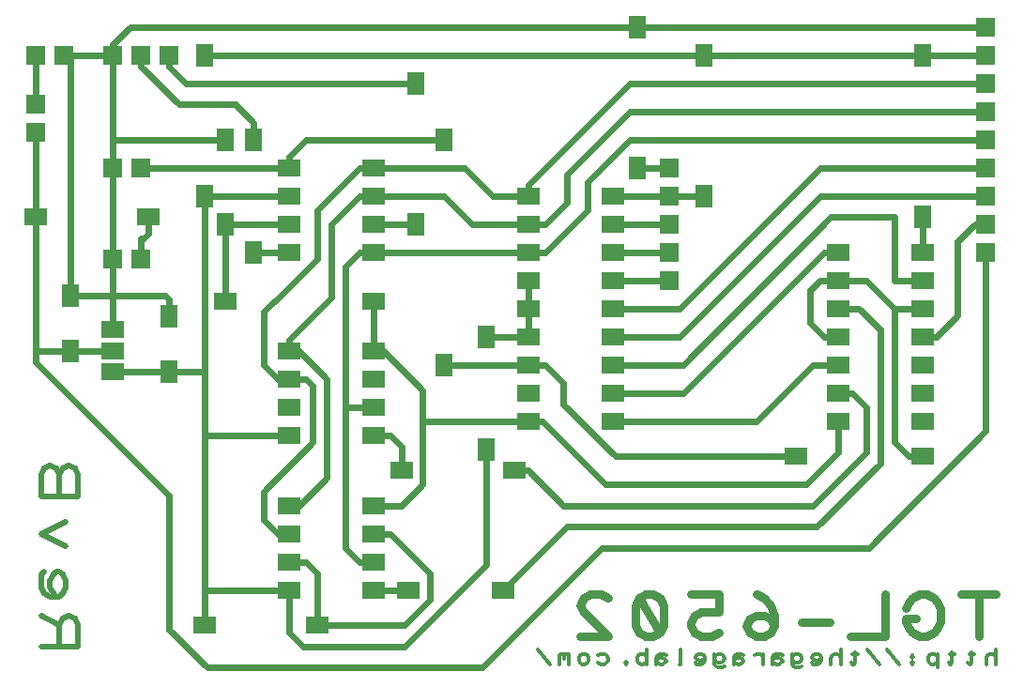
<source format=gbl>
%FSLAX23Y23*%
%MOIN*%
G04 EasyPC Gerber Version 18.0.1 Build 3581 *
%ADD10R,0.05906X0.07874*%
%ADD13R,0.06890X0.06890*%
%ADD11C,0.01181*%
%ADD18R,0.07874X0.05906*%
%ADD12R,0.06890X0.06890*%
%ADD29C,0.01969*%
%ADD14C,0.02244*%
%ADD28C,0.02953*%
X0Y0D02*
D02*
D10*
X217Y1178D03*
Y1374D03*
X567Y1103D03*
Y1299D03*
X692Y1728D03*
Y2228D03*
X767Y1628D03*
Y1928D03*
X867Y1528D03*
Y1928D03*
X1442Y1628D03*
Y2128D03*
X1542Y1127D03*
Y1928D03*
X1692Y828D03*
Y1228D03*
X2228Y1828D03*
Y2328D03*
X2467Y1728D03*
Y2228D03*
X3242Y1653D03*
Y2228D03*
D02*
D11*
X3503Y65D02*
Y117D01*
Y87D02*
X3498Y96D01*
X3490Y100*
X3481*
X3472Y96*
X3468Y87*
Y65*
X3425Y100D02*
X3408D01*
X3416Y108D02*
Y70D01*
X3412Y65*
X3408*
X3403Y70*
X3356Y100D02*
X3339D01*
X3347Y108D02*
Y70D01*
X3343Y65*
X3339*
X3335Y70*
X3296Y100D02*
Y53D01*
Y78D02*
X3292Y70D01*
X3283Y65*
X3274*
X3266Y70*
X3261Y78*
Y87*
X3266Y96*
X3274Y100*
X3283*
X3292Y96*
X3296Y87*
Y78*
X3205Y65D02*
X3201Y70D01*
X3205Y74*
X3210Y70*
X3205Y65*
Y87D02*
X3201Y91D01*
X3205Y96*
X3210Y91*
X3205Y87*
X3158Y65D02*
X3115Y117D01*
X3089Y65D02*
X3046Y117D01*
X3012Y100D02*
X2994D01*
X3003Y108D02*
Y70D01*
X2999Y65*
X2994*
X2990Y70*
X2951Y65D02*
Y117D01*
Y87D02*
X2947Y96D01*
X2938Y100*
X2930*
X2921Y96*
X2917Y87*
Y65*
X2848Y70D02*
X2852Y65D01*
X2861*
X2870*
X2878Y70*
X2882Y78*
Y91*
X2878Y96*
X2870Y100*
X2861*
X2852Y96*
X2848Y91*
Y87*
X2852Y83*
X2861Y78*
X2870*
X2878Y83*
X2882Y87*
X2779D02*
X2783Y96D01*
X2792Y100*
X2801*
X2809Y96*
X2814Y87*
Y83*
X2809Y74*
X2801Y70*
X2792*
X2783Y74*
X2779Y83*
Y100D02*
Y65D01*
X2783Y57*
X2792Y53*
X2805*
X2814Y57*
X2745Y96D02*
X2736Y100D01*
X2723*
X2714Y96*
X2710Y87*
Y74*
X2714Y70*
X2723Y65*
X2732*
X2740Y70*
X2745Y74*
Y78*
X2740Y83*
X2732Y87*
X2723*
X2714Y83*
X2710Y78*
Y74D02*
Y65D01*
X2676D02*
Y100D01*
Y87D02*
X2671Y96D01*
X2663Y100*
X2654*
X2646Y96*
X2607D02*
X2598Y100D01*
X2585*
X2577Y96*
X2572Y87*
Y74*
X2577Y70*
X2585Y65*
X2594*
X2603Y70*
X2607Y74*
Y78*
X2603Y83*
X2594Y87*
X2585*
X2577Y83*
X2572Y78*
Y74D02*
Y65D01*
X2503Y87D02*
X2508Y96D01*
X2516Y100*
X2525*
X2534Y96*
X2538Y87*
Y83*
X2534Y74*
X2525Y70*
X2516*
X2508Y74*
X2503Y83*
Y100D02*
Y65D01*
X2508Y57*
X2516Y53*
X2529*
X2538Y57*
X2435Y70D02*
X2439Y65D01*
X2448*
X2456*
X2465Y70*
X2469Y78*
Y91*
X2465Y96*
X2456Y100*
X2448*
X2439Y96*
X2435Y91*
Y87*
X2439Y83*
X2448Y78*
X2456*
X2465Y83*
X2469Y87*
X2379Y65D02*
X2383D01*
Y117*
X2331Y96D02*
X2323Y100D01*
X2310*
X2301Y96*
X2297Y87*
Y74*
X2301Y70*
X2310Y65*
X2318*
X2327Y70*
X2331Y74*
Y78*
X2327Y83*
X2318Y87*
X2310*
X2301Y83*
X2297Y78*
Y74D02*
Y65D01*
X2262Y78D02*
X2258Y70D01*
X2249Y65*
X2241*
X2232Y70*
X2228Y78*
Y87*
X2232Y96*
X2241Y100*
X2249*
X2258Y96*
X2262Y87*
Y65D02*
Y117D01*
X2189Y65D02*
X2185Y70D01*
X2189Y74*
X2193Y70*
X2189Y65*
X2090Y96D02*
X2099Y100D01*
X2112*
X2120Y96*
X2125Y87*
Y78*
X2120Y70*
X2112Y65*
X2099*
X2090Y70*
X2056Y78D02*
X2051Y70D01*
X2043Y65*
X2034*
X2026Y70*
X2021Y78*
Y87*
X2026Y96*
X2034Y100*
X2043*
X2051Y96*
X2056Y87*
Y78*
X1987Y65D02*
Y100D01*
Y96D02*
X1982Y100D01*
X1974*
X1970Y96*
Y83*
Y96D02*
X1965Y100D01*
X1957*
X1952Y96*
Y65*
X1918D02*
X1875Y117D01*
D02*
D12*
X92Y1953D03*
Y2053D03*
X2342Y1428D03*
Y1528D03*
Y1628D03*
Y1728D03*
Y1828D03*
X3467Y1528D03*
Y1628D03*
Y1728D03*
Y1828D03*
Y1928D03*
Y2028D03*
Y2128D03*
Y2228D03*
Y2328D03*
D02*
D13*
X92Y2228D03*
X192D03*
X367Y1503D03*
Y1828D03*
Y2228D03*
X467Y1503D03*
Y1828D03*
Y2228D03*
X567D03*
D02*
D14*
X92Y1178D02*
X217D01*
X92Y1653D02*
Y1178D01*
Y1653D02*
Y1953D01*
Y2053D02*
Y2228D01*
X192D02*
X367D01*
X217Y1178D02*
X367D01*
X217Y1374D02*
Y2228D01*
X192*
X217Y1374D02*
X367D01*
Y1252D02*
Y1353D01*
Y1374*
X553*
X567Y1359*
Y1299*
X367Y1503D02*
Y1353D01*
Y1828D02*
Y1503D01*
Y1828D02*
Y1928D01*
X767*
X367Y2228D02*
Y2267D01*
X428Y2328*
X2228*
X367Y2228D02*
Y1928D01*
X467Y1828D02*
X992D01*
X492Y1653D02*
Y1592D01*
X477Y1578*
X467*
Y1503*
X567Y1103D02*
X692D01*
X567D02*
X367D01*
X567Y2228D02*
Y2188D01*
X627Y2128*
X1442*
X692Y203D02*
Y328D01*
X992*
X692Y877D02*
Y328D01*
Y1103D02*
Y877D01*
Y1728D02*
X992D01*
X692D02*
Y1103D01*
Y2228D02*
X2467D01*
X767Y1628D02*
Y1353D01*
Y1628D02*
X992D01*
X867Y1528D02*
X992D01*
X867Y1928D02*
Y1988D01*
X803Y2053*
X603*
X467Y2188*
Y2228*
X992Y527D02*
X953D01*
X903Y578*
Y678*
X1077Y853*
Y1053*
X1053Y1077*
X992*
Y627D02*
X1028D01*
X1127Y728*
Y1077*
X1028Y1178*
X992*
Y877D02*
X692D01*
X992Y1077D02*
X953D01*
X903Y1127*
Y1317*
X938Y1353*
X942*
X1092Y1503*
Y1678*
X1242Y1828*
X1292*
X992Y1178D02*
Y1217D01*
X1142Y1367*
Y1628*
X1242Y1728*
X1292*
X992Y1828D02*
Y1867D01*
X1053Y1928*
X1542*
X1092Y203D02*
X1403D01*
X1492Y292*
Y388*
X1353Y527*
X1292*
X1092Y203D02*
Y388D01*
X1053Y428*
X992*
X1192Y978D02*
Y477D01*
X1242Y428*
X1292*
Y328D02*
X1417D01*
X1292Y877D02*
X1353D01*
X1392Y838*
Y753*
X1292Y978D02*
X1192D01*
X1292Y1178D02*
X1328D01*
X1467Y1038*
Y928*
X1292Y1353D02*
Y1178D01*
Y1528D02*
X1842D01*
X1292D02*
X1242D01*
X1192Y1478*
Y978*
X1292Y1628D02*
X1442D01*
X1292Y1728D02*
X1542D01*
X1642Y1628*
X1842*
X1292Y1828D02*
X1617D01*
X1717Y1728*
X1842*
X1467Y928D02*
Y703D01*
X1392Y627*
X1292*
X1542Y1127D02*
X1842D01*
X1692Y828D02*
Y417D01*
X1403Y128*
X1042*
X992Y178*
Y328*
X1692Y1228D02*
X1842D01*
X1753Y328D02*
X1978Y553D01*
X2867*
X3092Y778*
Y1252*
X3017Y1328*
X2942*
X1792Y753D02*
X1842D01*
X1967Y627*
X2853*
X3042Y817*
Y978*
X2992Y1028*
X2942*
X1842Y928D02*
X1892D01*
X2117Y703*
X2828*
X2942Y817*
Y928*
X1842D02*
X1467D01*
X1842Y1328D02*
Y1228D01*
Y1428D02*
Y1328D01*
Y1728D02*
Y1767D01*
X2203Y2128*
X3467*
X2142Y1228D02*
X2378D01*
X2878Y1728*
X3467*
X2142Y1328D02*
X2378D01*
X2878Y1828*
X3467*
X2142Y1428D02*
X2342D01*
X2142Y1528D02*
X2342D01*
X2142Y1628D02*
X2342D01*
X2142Y1728D02*
X2342D01*
X2228Y1828D02*
X2342D01*
X2228Y2328D02*
X3467D01*
X2342Y1728D02*
X2467D01*
Y2228D02*
X3242D01*
X2792Y803D02*
X2153D01*
X1967Y988*
Y1063*
X1903Y1127*
X1842*
X2942D02*
X2853D01*
X2653Y928*
X2142*
X2942Y1428D02*
X3042D01*
X3142Y1328*
X2942Y1428D02*
X2878D01*
X2842Y1392*
Y1278*
X2892Y1228*
X2942*
Y1528D02*
X2892D01*
X2392Y1028*
X2142*
X3142Y1328D02*
Y853D01*
X3192Y803*
X3242*
Y1328D02*
X3142D01*
X3242Y1428D02*
X3142D01*
Y1653*
X2917*
X2392Y1127*
X2142*
X3242Y1653D02*
Y1528D01*
Y2228D02*
X3467D01*
Y1528D02*
Y892D01*
X3053Y477*
X2103*
X1678Y53*
X703*
X567Y188*
Y663*
X92Y1138*
Y1178*
X3467Y1628D02*
X3428D01*
X3367Y1567*
Y1303*
X3292Y1228*
X3242*
X3467Y1928D02*
X2203D01*
X2053Y1778*
Y1678*
X1903Y1528*
X1842*
X3467Y2028D02*
X2203D01*
X1978Y1803*
Y1703*
X1903Y1628*
X1842*
D02*
D18*
X92Y1653D03*
X367Y1103D03*
Y1178D03*
Y1252D03*
X492Y1653D03*
X692Y203D03*
X767Y1353D03*
X992Y328D03*
Y428D03*
Y527D03*
Y627D03*
Y877D03*
Y978D03*
Y1077D03*
Y1178D03*
Y1528D03*
Y1628D03*
Y1728D03*
Y1828D03*
X1092Y203D03*
X1292Y328D03*
Y428D03*
Y527D03*
Y627D03*
Y877D03*
Y978D03*
Y1077D03*
Y1178D03*
Y1353D03*
Y1528D03*
Y1628D03*
Y1728D03*
Y1828D03*
X1392Y753D03*
X1417Y328D03*
X1753D03*
X1792Y753D03*
X1842Y928D03*
Y1028D03*
Y1127D03*
Y1228D03*
Y1328D03*
Y1428D03*
Y1528D03*
Y1628D03*
Y1728D03*
X2142Y928D03*
Y1028D03*
Y1127D03*
Y1228D03*
Y1328D03*
Y1428D03*
Y1528D03*
Y1628D03*
Y1728D03*
X2792Y803D03*
X2942Y928D03*
Y1028D03*
Y1127D03*
Y1228D03*
Y1328D03*
Y1428D03*
Y1528D03*
X3242Y803D03*
Y928D03*
Y1028D03*
Y1127D03*
Y1228D03*
Y1328D03*
Y1428D03*
Y1528D03*
D02*
D28*
X3441Y164D02*
Y312D01*
X3503D02*
X3379D01*
X3220Y226D02*
X3183D01*
Y214*
X3195Y189*
X3207Y177*
X3232Y164*
X3256*
X3281Y177*
X3293Y189*
X3306Y214*
Y263*
X3293Y287*
X3281Y300*
X3256Y312*
X3232*
X3207Y300*
X3195Y287*
X3183Y263*
X3109Y312D02*
Y164D01*
X2986*
X2912Y214D02*
X2814D01*
X2715Y201D02*
X2703Y226D01*
X2678Y238*
X2654*
X2629Y226*
X2617Y201*
X2629Y177*
X2654Y164*
X2678*
X2703Y177*
X2715Y201*
Y238*
X2703Y275*
X2678Y300*
X2654Y312*
X2518Y177D02*
X2494Y164D01*
X2457*
X2432Y177*
X2420Y201*
Y214*
X2432Y238*
X2457Y251*
X2518*
Y312*
X2420*
X2309Y177D02*
X2284Y164D01*
X2260*
X2235Y177*
X2223Y201*
Y275*
X2235Y300*
X2260Y312*
X2284*
X2309Y300*
X2321Y275*
Y201*
X2309Y177*
X2235Y300*
X2026Y164D02*
X2125D01*
X2038Y251*
X2026Y275*
X2038Y300*
X2063Y312*
X2100*
X2125Y300*
D02*
D29*
X111Y128D02*
X244D01*
Y205*
X233Y227*
X210Y238*
X188Y227*
X177Y205*
Y128*
Y205D02*
X111Y238D01*
X122Y393D02*
X111Y382D01*
Y360*
Y338*
X122Y316*
X144Y305*
X177*
X188Y316*
X199Y338*
Y360*
X188Y382*
X177Y393*
X166*
X155Y382*
X144Y360*
Y338*
X155Y316*
X166Y305*
X199Y482D02*
X111Y526D01*
X199Y570*
X177Y737D02*
X166Y759D01*
X144Y770*
X122Y759*
X111Y737*
Y659*
X244*
Y737*
X233Y759*
X210Y770*
X188Y759*
X177Y737*
Y659*
X0Y0D02*
M02*

</source>
